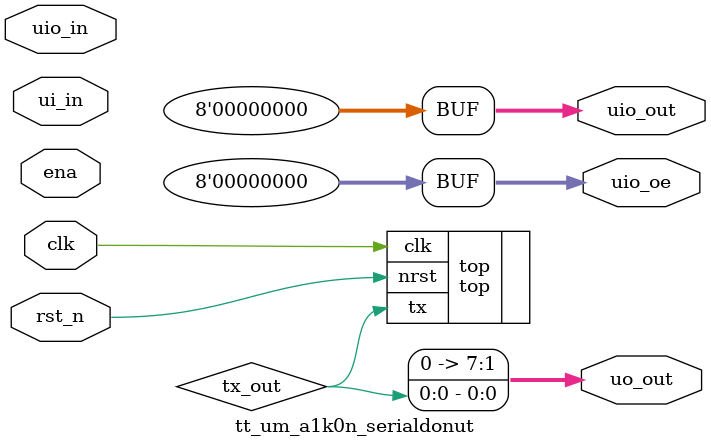
<source format=v>
`default_nettype none

module tt_um_a1k0n_serialdonut(
  input  wire [7:0] ui_in,    // Dedicated inputs
  output wire [7:0] uo_out,   // Dedicated outputs
  input  wire [7:0] uio_in,   // IOs: Input path
  output wire [7:0] uio_out,  // IOs: Output path
  output wire [7:0] uio_oe,   // IOs: Enable path (active high: 0=input, 1=output)
  input  wire       ena,      // always 1 when the design is powered, so you can ignore it
  input  wire       clk,      // clock
  input  wire       rst_n     // reset_n - low to reset
);

wire tx_out;

defparam top.CLOCK_DIVIDER = 417;  // 115200 baud rate

top top(
  .clk(clk),
  .nrst(rst_n),
  .tx(tx_out)
);

assign uo_out  = {7'b0, tx_out};
assign uio_out = 8'b0;
assign uio_oe  = 8'b0;

wire _unused_ok = &{ui_in, uio_in, ena};

endmodule

</source>
